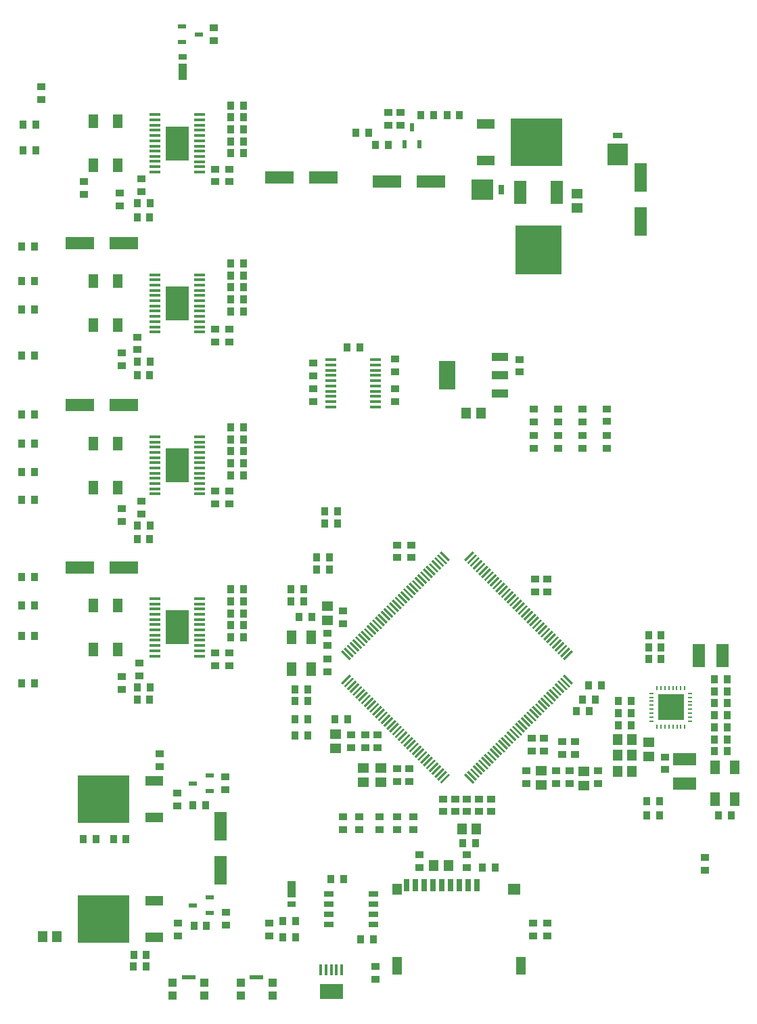
<source format=gtp>
G04 (created by PCBNEW (2013-05-18 BZR 4017)-stable) date Thu 26 Mar 2015 15:40:25 GMT*
%MOIN*%
G04 Gerber Fmt 3.4, Leading zero omitted, Abs format*
%FSLAX34Y34*%
G01*
G70*
G90*
G04 APERTURE LIST*
%ADD10C,0.00590551*%
%ADD11R,0.1142X0.0748*%
%ADD12R,0.0157X0.0531*%
%ADD13R,0.063X0.1181*%
%ADD14R,0.2283X0.2441*%
%ADD15R,0.0579X0.0165*%
%ADD16R,0.1181X0.1701*%
%ADD17R,0.0394X0.0236*%
%ADD18R,0.0236X0.0394*%
%ADD19R,0.08X0.144*%
%ADD20R,0.08X0.04*%
%ADD21R,0.1417X0.063*%
%ADD22R,0.063X0.1417*%
%ADD23R,0.0374X0.0394*%
%ADD24R,0.0394X0.0374*%
%ADD25R,0.0453X0.0709*%
%ADD26R,0.0453X0.0571*%
%ADD27R,0.0571X0.0453*%
%ADD28R,0.0906X0.0512*%
%ADD29R,0.2559X0.2323*%
%ADD30R,0.1142X0.0591*%
%ADD31R,0.0591X0.1142*%
%ADD32R,0.0433X0.0787*%
%ADD33R,0.0433X0.0315*%
%ADD34R,0.0472X0.0866*%
%ADD35R,0.0472X0.0551*%
%ADD36R,0.063X0.0551*%
%ADD37R,0.0276X0.063*%
%ADD38R,0.05X0.025*%
%ADD39R,0.0098X0.0236*%
%ADD40R,0.0236X0.0098*%
%ADD41R,0.1299X0.1299*%
%ADD42R,0.1X0.1051*%
%ADD43R,0.05X0.03*%
%ADD44R,0.1051X0.1*%
%ADD45R,0.03X0.05*%
%ADD46R,0.0472X0.0709*%
%ADD47R,0.0393701X0.0393701*%
%ADD48R,0.0669291X0.023622*%
G04 APERTURE END LIST*
G54D10*
G54D11*
X19781Y787D03*
G54D12*
X19781Y1840D03*
X19525Y1840D03*
X19269Y1840D03*
X20037Y1840D03*
X20293Y1840D03*
G54D13*
X30890Y40115D03*
G54D14*
X29990Y37288D03*
G54D13*
X29090Y40115D03*
G54D15*
X13303Y34515D03*
X13303Y34771D03*
X13303Y35027D03*
X13303Y35283D03*
X11101Y33751D03*
X13303Y33747D03*
X13303Y34003D03*
X13303Y34259D03*
X11099Y35539D03*
X11099Y35283D03*
X11099Y35027D03*
X11099Y34771D03*
X11099Y34515D03*
X11099Y34259D03*
X13303Y35539D03*
X11101Y34003D03*
X13303Y33491D03*
X13303Y35795D03*
X11099Y35795D03*
X11099Y33491D03*
X13303Y33236D03*
X13303Y36050D03*
X11099Y36050D03*
X11099Y33236D03*
G54D16*
X12201Y34643D03*
G54D15*
X13302Y26542D03*
X13302Y26798D03*
X13302Y27054D03*
X13302Y27310D03*
X11100Y25778D03*
X13302Y25774D03*
X13302Y26030D03*
X13302Y26286D03*
X11098Y27566D03*
X11098Y27310D03*
X11098Y27054D03*
X11098Y26798D03*
X11098Y26542D03*
X11098Y26286D03*
X13302Y27566D03*
X11100Y26030D03*
X13302Y25518D03*
X13302Y27822D03*
X11098Y27822D03*
X11098Y25518D03*
X13302Y25263D03*
X13302Y28077D03*
X11098Y28077D03*
X11098Y25263D03*
G54D16*
X12200Y26670D03*
G54D15*
X13302Y18571D03*
X13302Y18827D03*
X13302Y19083D03*
X13302Y19339D03*
X11100Y17807D03*
X13302Y17803D03*
X13302Y18059D03*
X13302Y18315D03*
X11098Y19595D03*
X11098Y19339D03*
X11098Y19083D03*
X11098Y18827D03*
X11098Y18571D03*
X11098Y18315D03*
X13302Y19595D03*
X11100Y18059D03*
X13302Y17547D03*
X13302Y19851D03*
X11098Y19851D03*
X11098Y17547D03*
X13302Y17292D03*
X13302Y20106D03*
X11098Y20106D03*
X11098Y17292D03*
G54D16*
X12200Y18699D03*
G54D15*
X13304Y42391D03*
X13304Y42647D03*
X13304Y42903D03*
X13304Y43159D03*
X11102Y41627D03*
X13304Y41623D03*
X13304Y41879D03*
X13304Y42135D03*
X11100Y43415D03*
X11100Y43159D03*
X11100Y42903D03*
X11100Y42647D03*
X11100Y42391D03*
X11100Y42135D03*
X13304Y43415D03*
X11102Y41879D03*
X13304Y41367D03*
X13304Y43671D03*
X11100Y43671D03*
X11100Y41367D03*
X13304Y41112D03*
X13304Y43926D03*
X11100Y43926D03*
X11100Y41112D03*
G54D16*
X12202Y42519D03*
G54D15*
X19762Y30837D03*
X19762Y30581D03*
X19762Y30325D03*
X19762Y30069D03*
X21964Y31601D03*
X19762Y31605D03*
X19762Y31349D03*
X19762Y31093D03*
X21966Y29813D03*
X21966Y30069D03*
X21966Y30325D03*
X21966Y30581D03*
X21966Y30837D03*
X21966Y31093D03*
X19762Y29813D03*
X21964Y31349D03*
X19762Y31861D03*
X19762Y29557D03*
X21966Y29557D03*
X21966Y31861D03*
G54D17*
X13800Y4645D03*
X12968Y5020D03*
X13800Y5395D03*
X13800Y10649D03*
X12968Y11024D03*
X13800Y11399D03*
G54D18*
X23383Y42478D03*
X23758Y43310D03*
X24133Y42478D03*
G54D19*
X25509Y31106D03*
G54D20*
X28109Y31106D03*
X28109Y32006D03*
X28109Y30206D03*
G54D21*
X17217Y40838D03*
X19383Y40838D03*
X9546Y21654D03*
X7380Y21654D03*
X9546Y37598D03*
X7380Y37598D03*
X9546Y29626D03*
X7380Y29626D03*
G54D22*
X35029Y40855D03*
X35029Y38689D03*
G54D23*
X35411Y18307D03*
X36041Y18307D03*
X39288Y16142D03*
X38658Y16142D03*
X39288Y15551D03*
X38658Y15551D03*
X35411Y17717D03*
X36041Y17717D03*
X35411Y17126D03*
X36041Y17126D03*
X39288Y14370D03*
X38658Y14370D03*
X39288Y14961D03*
X38658Y14961D03*
X33934Y14469D03*
X34564Y14469D03*
X33934Y15059D03*
X34564Y15059D03*
X38658Y13189D03*
X39288Y13189D03*
G54D24*
X22600Y43423D03*
X22600Y44053D03*
X23200Y43423D03*
X23200Y44053D03*
X12202Y9921D03*
X12202Y10551D03*
X18896Y29803D03*
X18896Y30433D03*
X20372Y9370D03*
X20372Y8740D03*
G54D23*
X20096Y23819D03*
X19466Y23819D03*
G54D24*
X16731Y3524D03*
X16731Y4154D03*
G54D23*
X17990Y14173D03*
X18620Y14173D03*
X17990Y13386D03*
X18620Y13386D03*
X39289Y13780D03*
X38659Y13780D03*
X33934Y13878D03*
X34564Y13878D03*
G54D24*
X29722Y4154D03*
X29722Y3524D03*
X30411Y3524D03*
X30411Y4154D03*
G54D23*
X13601Y9942D03*
X12971Y9942D03*
X13640Y4016D03*
X13010Y4016D03*
G54D24*
X12222Y4154D03*
X12222Y3524D03*
X18896Y31713D03*
X18896Y31083D03*
G54D23*
X19703Y21555D03*
X19073Y21555D03*
G54D24*
X31159Y12441D03*
X31159Y13071D03*
G54D23*
X18423Y19980D03*
X17793Y19980D03*
X38856Y9449D03*
X39486Y9449D03*
X39289Y12598D03*
X38659Y12598D03*
X35313Y10138D03*
X35943Y10138D03*
X35313Y9449D03*
X35943Y9449D03*
X19703Y22146D03*
X19073Y22146D03*
X20096Y24409D03*
X19466Y24409D03*
G54D24*
X31789Y12441D03*
X31789Y13071D03*
G54D23*
X18423Y20571D03*
X17793Y20571D03*
G54D24*
X9447Y31575D03*
X9447Y32205D03*
G54D23*
X15470Y35433D03*
X14840Y35433D03*
X14841Y34839D03*
X15471Y34839D03*
X18620Y15650D03*
X17990Y15650D03*
X14840Y34252D03*
X15470Y34252D03*
G54D24*
X14762Y33382D03*
X14762Y32752D03*
G54D23*
X14840Y36024D03*
X15470Y36024D03*
G54D24*
X14073Y32752D03*
X14073Y33382D03*
X9447Y15630D03*
X9447Y16260D03*
G54D23*
X15470Y19390D03*
X14840Y19390D03*
X14839Y18796D03*
X15469Y18796D03*
G54D24*
X21159Y9370D03*
X21159Y8740D03*
G54D23*
X14840Y18209D03*
X15470Y18209D03*
G54D24*
X14760Y17438D03*
X14760Y16808D03*
G54D23*
X14840Y19980D03*
X15470Y19980D03*
G54D24*
X14071Y16808D03*
X14071Y17438D03*
X9348Y39449D03*
X9348Y40079D03*
G54D23*
X15470Y43209D03*
X14840Y43209D03*
X14842Y42617D03*
X15472Y42617D03*
X14840Y42028D03*
X15470Y42028D03*
G54D24*
X14763Y41258D03*
X14763Y40628D03*
G54D23*
X14840Y43799D03*
X15470Y43799D03*
G54D24*
X14074Y40628D03*
X14074Y41258D03*
X9447Y23898D03*
X9447Y24528D03*
G54D23*
X15470Y27362D03*
X14840Y27362D03*
X14840Y26768D03*
X15470Y26768D03*
X14840Y26181D03*
X15470Y26181D03*
G54D24*
X14761Y25410D03*
X14761Y24780D03*
G54D23*
X14840Y27953D03*
X15470Y27953D03*
G54D24*
X14072Y24780D03*
X14072Y25410D03*
X22144Y9370D03*
X22144Y8740D03*
G54D25*
X9250Y41437D03*
X8068Y41437D03*
G54D26*
X33895Y12402D03*
X34603Y12402D03*
X33895Y13189D03*
X34603Y13189D03*
G54D23*
X17400Y3445D03*
X18015Y3445D03*
G54D27*
X35431Y13052D03*
X35431Y12344D03*
G54D26*
X26435Y29248D03*
X27143Y29248D03*
G54D25*
X9250Y25591D03*
X8068Y25591D03*
X9250Y27756D03*
X8068Y27756D03*
X9250Y43602D03*
X8068Y43602D03*
X9250Y33563D03*
X8068Y33563D03*
X9250Y17618D03*
X8068Y17618D03*
X9250Y35728D03*
X8068Y35728D03*
X9250Y19783D03*
X8068Y19783D03*
G54D24*
X22932Y31279D03*
X22932Y31909D03*
G54D28*
X11063Y3431D03*
G54D29*
X8563Y4331D03*
G54D28*
X11063Y5231D03*
X11061Y9336D03*
G54D29*
X8561Y10236D03*
G54D28*
X11061Y11136D03*
X27400Y43488D03*
G54D29*
X29900Y42588D03*
G54D28*
X27400Y41688D03*
G54D23*
X8187Y8268D03*
X7557Y8268D03*
X10667Y2003D03*
X10037Y2003D03*
X24821Y43898D03*
X24191Y43898D03*
X10052Y2578D03*
X10667Y2578D03*
X9663Y8268D03*
X9048Y8268D03*
X26100Y43898D03*
X25485Y43898D03*
G54D24*
X22932Y30432D03*
X22932Y29802D03*
X36218Y12323D03*
X36218Y11693D03*
G54D30*
X37203Y12205D03*
X37203Y11023D03*
G54D31*
X37891Y17323D03*
X39073Y17323D03*
G54D26*
X34604Y11614D03*
X33896Y11614D03*
G54D23*
X10844Y31791D03*
X10214Y31791D03*
X10844Y39567D03*
X10214Y39567D03*
X10844Y15748D03*
X10214Y15748D03*
X10844Y23720D03*
X10214Y23720D03*
X10214Y31102D03*
X10829Y31102D03*
X10214Y38878D03*
X10829Y38878D03*
X10214Y15157D03*
X10829Y15157D03*
X10214Y23031D03*
X10829Y23031D03*
X14840Y28543D03*
X15470Y28543D03*
X14840Y44390D03*
X15470Y44390D03*
X14840Y36614D03*
X15470Y36614D03*
X14840Y20571D03*
X15470Y20571D03*
G54D26*
X25549Y6988D03*
X24841Y6988D03*
G54D32*
X17813Y5807D03*
G54D33*
X17813Y5059D03*
G54D34*
X23030Y2027D03*
X29132Y2027D03*
G54D35*
X23030Y5807D03*
G54D36*
X28778Y5807D03*
G54D37*
X26947Y6004D03*
X26514Y6004D03*
X26081Y6004D03*
X25648Y6004D03*
X25215Y6004D03*
X24782Y6004D03*
X24349Y6004D03*
X23916Y6004D03*
X23483Y6004D03*
G54D24*
X32911Y11024D03*
X32911Y11654D03*
X30864Y11024D03*
X30864Y11654D03*
G54D23*
X18187Y19193D03*
X18817Y19193D03*
G54D24*
X27655Y10256D03*
X27655Y9626D03*
G54D23*
X26258Y8071D03*
X26888Y8071D03*
G54D24*
X20766Y13406D03*
X20766Y12776D03*
G54D10*
G36*
X25553Y21954D02*
X25135Y22372D01*
X25213Y22450D01*
X25631Y22032D01*
X25553Y21954D01*
X25553Y21954D01*
G37*
G36*
X25414Y21815D02*
X24996Y22232D01*
X25074Y22310D01*
X25492Y21892D01*
X25414Y21815D01*
X25414Y21815D01*
G37*
G36*
X25275Y21675D02*
X24857Y22093D01*
X24935Y22171D01*
X25353Y21753D01*
X25275Y21675D01*
X25275Y21675D01*
G37*
G36*
X25135Y21536D02*
X24718Y21954D01*
X24795Y22032D01*
X25213Y21614D01*
X25135Y21536D01*
X25135Y21536D01*
G37*
G36*
X24996Y21397D02*
X24578Y21815D01*
X24656Y21892D01*
X25074Y21474D01*
X24996Y21397D01*
X24996Y21397D01*
G37*
G36*
X24858Y21258D02*
X24440Y21676D01*
X24517Y21754D01*
X24935Y21336D01*
X24858Y21258D01*
X24858Y21258D01*
G37*
G36*
X24718Y21119D02*
X24300Y21537D01*
X24378Y21614D01*
X24796Y21197D01*
X24718Y21119D01*
X24718Y21119D01*
G37*
G36*
X24579Y20979D02*
X24161Y21397D01*
X24239Y21475D01*
X24657Y21057D01*
X24579Y20979D01*
X24579Y20979D01*
G37*
G36*
X24440Y20840D02*
X24022Y21258D01*
X24100Y21336D01*
X24517Y20918D01*
X24440Y20840D01*
X24440Y20840D01*
G37*
G36*
X24300Y20701D02*
X23882Y21119D01*
X23960Y21197D01*
X24378Y20779D01*
X24300Y20701D01*
X24300Y20701D01*
G37*
G36*
X24161Y20562D02*
X23743Y20979D01*
X23821Y21057D01*
X24239Y20639D01*
X24161Y20562D01*
X24161Y20562D01*
G37*
G36*
X24022Y20423D02*
X23605Y20841D01*
X23682Y20919D01*
X24100Y20501D01*
X24022Y20423D01*
X24022Y20423D01*
G37*
G36*
X23883Y20284D02*
X23465Y20702D01*
X23543Y20779D01*
X23961Y20361D01*
X23883Y20284D01*
X23883Y20284D01*
G37*
G36*
X23744Y20144D02*
X23326Y20562D01*
X23404Y20640D01*
X23822Y20222D01*
X23744Y20144D01*
X23744Y20144D01*
G37*
G36*
X23605Y20005D02*
X23187Y20423D01*
X23264Y20501D01*
X23682Y20083D01*
X23605Y20005D01*
X23605Y20005D01*
G37*
G36*
X23465Y19866D02*
X23047Y20284D01*
X23125Y20361D01*
X23543Y19944D01*
X23465Y19866D01*
X23465Y19866D01*
G37*
G36*
X23326Y19726D02*
X22908Y20144D01*
X22986Y20222D01*
X23404Y19804D01*
X23326Y19726D01*
X23326Y19726D01*
G37*
G36*
X23187Y19587D02*
X22769Y20005D01*
X22847Y20083D01*
X23264Y19665D01*
X23187Y19587D01*
X23187Y19587D01*
G37*
G36*
X23048Y19449D02*
X22630Y19866D01*
X22708Y19944D01*
X23126Y19526D01*
X23048Y19449D01*
X23048Y19449D01*
G37*
G36*
X22909Y19309D02*
X22491Y19727D01*
X22569Y19805D01*
X22987Y19387D01*
X22909Y19309D01*
X22909Y19309D01*
G37*
G36*
X22769Y19170D02*
X22352Y19588D01*
X22429Y19666D01*
X22847Y19248D01*
X22769Y19170D01*
X22769Y19170D01*
G37*
G36*
X22630Y19031D02*
X22212Y19449D01*
X22290Y19526D01*
X22708Y19108D01*
X22630Y19031D01*
X22630Y19031D01*
G37*
G36*
X22491Y18891D02*
X22073Y19309D01*
X22151Y19387D01*
X22569Y18969D01*
X22491Y18891D01*
X22491Y18891D01*
G37*
G36*
X22352Y18752D02*
X21934Y19170D01*
X22011Y19248D01*
X22429Y18830D01*
X22352Y18752D01*
X22352Y18752D01*
G37*
G36*
X22212Y18613D02*
X21794Y19031D01*
X21872Y19108D01*
X22290Y18691D01*
X22212Y18613D01*
X22212Y18613D01*
G37*
G36*
X22074Y18474D02*
X21656Y18892D01*
X21734Y18970D01*
X22151Y18552D01*
X22074Y18474D01*
X22074Y18474D01*
G37*
G36*
X21934Y18335D02*
X21516Y18753D01*
X21594Y18831D01*
X22012Y18413D01*
X21934Y18335D01*
X21934Y18335D01*
G37*
G36*
X21795Y18196D02*
X21377Y18613D01*
X21455Y18691D01*
X21873Y18273D01*
X21795Y18196D01*
X21795Y18196D01*
G37*
G36*
X21656Y18056D02*
X21238Y18474D01*
X21316Y18552D01*
X21734Y18134D01*
X21656Y18056D01*
X21656Y18056D01*
G37*
G36*
X21516Y17917D02*
X21099Y18335D01*
X21176Y18413D01*
X21594Y17995D01*
X21516Y17917D01*
X21516Y17917D01*
G37*
G36*
X21377Y17778D02*
X20959Y18196D01*
X21037Y18273D01*
X21455Y17855D01*
X21377Y17778D01*
X21377Y17778D01*
G37*
G36*
X21239Y17639D02*
X20821Y18057D01*
X20898Y18135D01*
X21316Y17717D01*
X21239Y17639D01*
X21239Y17639D01*
G37*
G36*
X21099Y17500D02*
X20681Y17918D01*
X20759Y17995D01*
X21177Y17578D01*
X21099Y17500D01*
X21099Y17500D01*
G37*
G36*
X20960Y17360D02*
X20542Y17778D01*
X20620Y17856D01*
X21038Y17438D01*
X20960Y17360D01*
X20960Y17360D01*
G37*
G36*
X20821Y17221D02*
X20403Y17639D01*
X20481Y17717D01*
X20898Y17299D01*
X20821Y17221D01*
X20821Y17221D01*
G37*
G36*
X20681Y17082D02*
X20263Y17500D01*
X20341Y17578D01*
X20759Y17160D01*
X20681Y17082D01*
X20681Y17082D01*
G37*
G36*
X26750Y11013D02*
X26332Y11431D01*
X26410Y11509D01*
X26828Y11091D01*
X26750Y11013D01*
X26750Y11013D01*
G37*
G36*
X26889Y11153D02*
X26471Y11571D01*
X26549Y11648D01*
X26967Y11231D01*
X26889Y11153D01*
X26889Y11153D01*
G37*
G36*
X27028Y11292D02*
X26610Y11710D01*
X26688Y11788D01*
X27106Y11370D01*
X27028Y11292D01*
X27028Y11292D01*
G37*
G36*
X27168Y11431D02*
X26750Y11849D01*
X26828Y11927D01*
X27245Y11509D01*
X27168Y11431D01*
X27168Y11431D01*
G37*
G36*
X27307Y11571D02*
X26889Y11989D01*
X26967Y12066D01*
X27385Y11648D01*
X27307Y11571D01*
X27307Y11571D01*
G37*
G36*
X27446Y11709D02*
X27028Y12127D01*
X27105Y12205D01*
X27523Y11787D01*
X27446Y11709D01*
X27446Y11709D01*
G37*
G36*
X27585Y11849D02*
X27167Y12266D01*
X27245Y12344D01*
X27663Y11926D01*
X27585Y11849D01*
X27585Y11849D01*
G37*
G36*
X27724Y11988D02*
X27306Y12406D01*
X27384Y12484D01*
X27802Y12066D01*
X27724Y11988D01*
X27724Y11988D01*
G37*
G36*
X27863Y12127D02*
X27446Y12545D01*
X27523Y12623D01*
X27941Y12205D01*
X27863Y12127D01*
X27863Y12127D01*
G37*
G36*
X28003Y12266D02*
X27585Y12684D01*
X27663Y12762D01*
X28081Y12344D01*
X28003Y12266D01*
X28003Y12266D01*
G37*
G36*
X28142Y12406D02*
X27724Y12824D01*
X27802Y12901D01*
X28220Y12484D01*
X28142Y12406D01*
X28142Y12406D01*
G37*
G36*
X28281Y12544D02*
X27863Y12962D01*
X27941Y13040D01*
X28358Y12622D01*
X28281Y12544D01*
X28281Y12544D01*
G37*
G36*
X28420Y12684D02*
X28002Y13102D01*
X28080Y13179D01*
X28498Y12761D01*
X28420Y12684D01*
X28420Y12684D01*
G37*
G36*
X28559Y12823D02*
X28141Y13241D01*
X28219Y13319D01*
X28637Y12901D01*
X28559Y12823D01*
X28559Y12823D01*
G37*
G36*
X28699Y12962D02*
X28281Y13380D01*
X28358Y13458D01*
X28776Y13040D01*
X28699Y12962D01*
X28699Y12962D01*
G37*
G36*
X28838Y13102D02*
X28420Y13519D01*
X28498Y13597D01*
X28916Y13179D01*
X28838Y13102D01*
X28838Y13102D01*
G37*
G36*
X28977Y13241D02*
X28559Y13659D01*
X28637Y13737D01*
X29055Y13319D01*
X28977Y13241D01*
X28977Y13241D01*
G37*
G36*
X29116Y13380D02*
X28699Y13798D01*
X28776Y13876D01*
X29194Y13458D01*
X29116Y13380D01*
X29116Y13380D01*
G37*
G36*
X29255Y13519D02*
X28837Y13937D01*
X28915Y14014D01*
X29333Y13597D01*
X29255Y13519D01*
X29255Y13519D01*
G37*
G36*
X29394Y13658D02*
X28976Y14076D01*
X29054Y14154D01*
X29472Y13736D01*
X29394Y13658D01*
X29394Y13658D01*
G37*
G36*
X29534Y13797D02*
X29116Y14215D01*
X29194Y14293D01*
X29611Y13875D01*
X29534Y13797D01*
X29534Y13797D01*
G37*
G36*
X29673Y13937D02*
X29255Y14355D01*
X29333Y14432D01*
X29751Y14014D01*
X29673Y13937D01*
X29673Y13937D01*
G37*
G36*
X29812Y14076D02*
X29394Y14494D01*
X29472Y14572D01*
X29890Y14154D01*
X29812Y14076D01*
X29812Y14076D01*
G37*
G36*
X29952Y14215D02*
X29534Y14633D01*
X29611Y14711D01*
X30029Y14293D01*
X29952Y14215D01*
X29952Y14215D01*
G37*
G36*
X30091Y14355D02*
X29673Y14772D01*
X29751Y14850D01*
X30169Y14432D01*
X30091Y14355D01*
X30091Y14355D01*
G37*
G36*
X30229Y14493D02*
X29812Y14911D01*
X29889Y14989D01*
X30307Y14571D01*
X30229Y14493D01*
X30229Y14493D01*
G37*
G36*
X30369Y14632D02*
X29951Y15050D01*
X30029Y15128D01*
X30447Y14710D01*
X30369Y14632D01*
X30369Y14632D01*
G37*
G36*
X30508Y14772D02*
X30090Y15190D01*
X30168Y15267D01*
X30586Y14850D01*
X30508Y14772D01*
X30508Y14772D01*
G37*
G36*
X30647Y14911D02*
X30229Y15329D01*
X30307Y15407D01*
X30725Y14989D01*
X30647Y14911D01*
X30647Y14911D01*
G37*
G36*
X30787Y15050D02*
X30369Y15468D01*
X30447Y15546D01*
X30864Y15128D01*
X30787Y15050D01*
X30787Y15050D01*
G37*
G36*
X30926Y15190D02*
X30508Y15608D01*
X30586Y15685D01*
X31004Y15267D01*
X30926Y15190D01*
X30926Y15190D01*
G37*
G36*
X31065Y15328D02*
X30647Y15746D01*
X30724Y15824D01*
X31142Y15406D01*
X31065Y15328D01*
X31065Y15328D01*
G37*
G36*
X31204Y15468D02*
X30786Y15885D01*
X30864Y15963D01*
X31282Y15545D01*
X31204Y15468D01*
X31204Y15468D01*
G37*
G36*
X31343Y15607D02*
X30925Y16025D01*
X31003Y16103D01*
X31421Y15685D01*
X31343Y15607D01*
X31343Y15607D01*
G37*
G36*
X31482Y15746D02*
X31065Y16164D01*
X31142Y16242D01*
X31560Y15824D01*
X31482Y15746D01*
X31482Y15746D01*
G37*
G36*
X31622Y15885D02*
X31204Y16303D01*
X31282Y16381D01*
X31700Y15963D01*
X31622Y15885D01*
X31622Y15885D01*
G37*
G36*
X20341Y15885D02*
X20263Y15963D01*
X20681Y16381D01*
X20759Y16303D01*
X20341Y15885D01*
X20341Y15885D01*
G37*
G36*
X20481Y15746D02*
X20403Y15824D01*
X20821Y16242D01*
X20898Y16164D01*
X20481Y15746D01*
X20481Y15746D01*
G37*
G36*
X20620Y15607D02*
X20542Y15685D01*
X20960Y16103D01*
X21038Y16025D01*
X20620Y15607D01*
X20620Y15607D01*
G37*
G36*
X20759Y15468D02*
X20681Y15545D01*
X21099Y15963D01*
X21177Y15885D01*
X20759Y15468D01*
X20759Y15468D01*
G37*
G36*
X20898Y15328D02*
X20821Y15406D01*
X21239Y15824D01*
X21316Y15746D01*
X20898Y15328D01*
X20898Y15328D01*
G37*
G36*
X21037Y15190D02*
X20959Y15267D01*
X21377Y15685D01*
X21455Y15608D01*
X21037Y15190D01*
X21037Y15190D01*
G37*
G36*
X21176Y15050D02*
X21099Y15128D01*
X21516Y15546D01*
X21594Y15468D01*
X21176Y15050D01*
X21176Y15050D01*
G37*
G36*
X21316Y14911D02*
X21238Y14989D01*
X21656Y15407D01*
X21734Y15329D01*
X21316Y14911D01*
X21316Y14911D01*
G37*
G36*
X21455Y14772D02*
X21377Y14850D01*
X21795Y15267D01*
X21873Y15190D01*
X21455Y14772D01*
X21455Y14772D01*
G37*
G36*
X21594Y14632D02*
X21516Y14710D01*
X21934Y15128D01*
X22012Y15050D01*
X21594Y14632D01*
X21594Y14632D01*
G37*
G36*
X21734Y14493D02*
X21656Y14571D01*
X22074Y14989D01*
X22151Y14911D01*
X21734Y14493D01*
X21734Y14493D01*
G37*
G36*
X21872Y14355D02*
X21794Y14432D01*
X22212Y14850D01*
X22290Y14772D01*
X21872Y14355D01*
X21872Y14355D01*
G37*
G36*
X22011Y14215D02*
X21934Y14293D01*
X22352Y14711D01*
X22429Y14633D01*
X22011Y14215D01*
X22011Y14215D01*
G37*
G36*
X22151Y14076D02*
X22073Y14154D01*
X22491Y14572D01*
X22569Y14494D01*
X22151Y14076D01*
X22151Y14076D01*
G37*
G36*
X22290Y13937D02*
X22212Y14014D01*
X22630Y14432D01*
X22708Y14355D01*
X22290Y13937D01*
X22290Y13937D01*
G37*
G36*
X22429Y13797D02*
X22352Y13875D01*
X22769Y14293D01*
X22847Y14215D01*
X22429Y13797D01*
X22429Y13797D01*
G37*
G36*
X22569Y13658D02*
X22491Y13736D01*
X22909Y14154D01*
X22987Y14076D01*
X22569Y13658D01*
X22569Y13658D01*
G37*
G36*
X22708Y13519D02*
X22630Y13597D01*
X23048Y14014D01*
X23126Y13937D01*
X22708Y13519D01*
X22708Y13519D01*
G37*
G36*
X22847Y13380D02*
X22769Y13458D01*
X23187Y13876D01*
X23264Y13798D01*
X22847Y13380D01*
X22847Y13380D01*
G37*
G36*
X22986Y13241D02*
X22908Y13319D01*
X23326Y13737D01*
X23404Y13659D01*
X22986Y13241D01*
X22986Y13241D01*
G37*
G36*
X23125Y13102D02*
X23047Y13179D01*
X23465Y13597D01*
X23543Y13519D01*
X23125Y13102D01*
X23125Y13102D01*
G37*
G36*
X23264Y12962D02*
X23187Y13040D01*
X23605Y13458D01*
X23682Y13380D01*
X23264Y12962D01*
X23264Y12962D01*
G37*
G36*
X23404Y12823D02*
X23326Y12901D01*
X23744Y13319D01*
X23822Y13241D01*
X23404Y12823D01*
X23404Y12823D01*
G37*
G36*
X23543Y12684D02*
X23465Y12761D01*
X23883Y13179D01*
X23961Y13102D01*
X23543Y12684D01*
X23543Y12684D01*
G37*
G36*
X23682Y12544D02*
X23605Y12622D01*
X24022Y13040D01*
X24100Y12962D01*
X23682Y12544D01*
X23682Y12544D01*
G37*
G36*
X23821Y12406D02*
X23743Y12484D01*
X24161Y12901D01*
X24239Y12824D01*
X23821Y12406D01*
X23821Y12406D01*
G37*
G36*
X23960Y12266D02*
X23882Y12344D01*
X24300Y12762D01*
X24378Y12684D01*
X23960Y12266D01*
X23960Y12266D01*
G37*
G36*
X24100Y12127D02*
X24022Y12205D01*
X24440Y12623D01*
X24517Y12545D01*
X24100Y12127D01*
X24100Y12127D01*
G37*
G36*
X24239Y11988D02*
X24161Y12066D01*
X24579Y12484D01*
X24657Y12406D01*
X24239Y11988D01*
X24239Y11988D01*
G37*
G36*
X24378Y11849D02*
X24300Y11926D01*
X24718Y12344D01*
X24796Y12266D01*
X24378Y11849D01*
X24378Y11849D01*
G37*
G36*
X24517Y11709D02*
X24440Y11787D01*
X24858Y12205D01*
X24935Y12127D01*
X24517Y11709D01*
X24517Y11709D01*
G37*
G36*
X24656Y11571D02*
X24578Y11648D01*
X24996Y12066D01*
X25074Y11989D01*
X24656Y11571D01*
X24656Y11571D01*
G37*
G36*
X24795Y11431D02*
X24718Y11509D01*
X25135Y11927D01*
X25213Y11849D01*
X24795Y11431D01*
X24795Y11431D01*
G37*
G36*
X24935Y11292D02*
X24857Y11370D01*
X25275Y11788D01*
X25353Y11710D01*
X24935Y11292D01*
X24935Y11292D01*
G37*
G36*
X25074Y11153D02*
X24996Y11231D01*
X25414Y11648D01*
X25492Y11571D01*
X25074Y11153D01*
X25074Y11153D01*
G37*
G36*
X25213Y11013D02*
X25135Y11091D01*
X25553Y11509D01*
X25631Y11431D01*
X25213Y11013D01*
X25213Y11013D01*
G37*
G36*
X31282Y17082D02*
X31204Y17160D01*
X31622Y17578D01*
X31700Y17500D01*
X31282Y17082D01*
X31282Y17082D01*
G37*
G36*
X31142Y17221D02*
X31065Y17299D01*
X31482Y17717D01*
X31560Y17639D01*
X31142Y17221D01*
X31142Y17221D01*
G37*
G36*
X31003Y17360D02*
X30925Y17438D01*
X31343Y17856D01*
X31421Y17778D01*
X31003Y17360D01*
X31003Y17360D01*
G37*
G36*
X30864Y17500D02*
X30786Y17578D01*
X31204Y17995D01*
X31282Y17918D01*
X30864Y17500D01*
X30864Y17500D01*
G37*
G36*
X30724Y17639D02*
X30647Y17717D01*
X31065Y18135D01*
X31142Y18057D01*
X30724Y17639D01*
X30724Y17639D01*
G37*
G36*
X30586Y17778D02*
X30508Y17855D01*
X30926Y18273D01*
X31004Y18196D01*
X30586Y17778D01*
X30586Y17778D01*
G37*
G36*
X30447Y17917D02*
X30369Y17995D01*
X30787Y18413D01*
X30864Y18335D01*
X30447Y17917D01*
X30447Y17917D01*
G37*
G36*
X30307Y18056D02*
X30229Y18134D01*
X30647Y18552D01*
X30725Y18474D01*
X30307Y18056D01*
X30307Y18056D01*
G37*
G36*
X30168Y18196D02*
X30090Y18273D01*
X30508Y18691D01*
X30586Y18613D01*
X30168Y18196D01*
X30168Y18196D01*
G37*
G36*
X30029Y18335D02*
X29951Y18413D01*
X30369Y18831D01*
X30447Y18753D01*
X30029Y18335D01*
X30029Y18335D01*
G37*
G36*
X29889Y18474D02*
X29812Y18552D01*
X30229Y18970D01*
X30307Y18892D01*
X29889Y18474D01*
X29889Y18474D01*
G37*
G36*
X29751Y18613D02*
X29673Y18691D01*
X30091Y19108D01*
X30169Y19031D01*
X29751Y18613D01*
X29751Y18613D01*
G37*
G36*
X29611Y18752D02*
X29534Y18830D01*
X29952Y19248D01*
X30029Y19170D01*
X29611Y18752D01*
X29611Y18752D01*
G37*
G36*
X29472Y18891D02*
X29394Y18969D01*
X29812Y19387D01*
X29890Y19309D01*
X29472Y18891D01*
X29472Y18891D01*
G37*
G36*
X29333Y19031D02*
X29255Y19108D01*
X29673Y19526D01*
X29751Y19449D01*
X29333Y19031D01*
X29333Y19031D01*
G37*
G36*
X29194Y19170D02*
X29116Y19248D01*
X29534Y19666D01*
X29611Y19588D01*
X29194Y19170D01*
X29194Y19170D01*
G37*
G36*
X29054Y19309D02*
X28976Y19387D01*
X29394Y19805D01*
X29472Y19727D01*
X29054Y19309D01*
X29054Y19309D01*
G37*
G36*
X28915Y19449D02*
X28837Y19526D01*
X29255Y19944D01*
X29333Y19866D01*
X28915Y19449D01*
X28915Y19449D01*
G37*
G36*
X28776Y19587D02*
X28699Y19665D01*
X29116Y20083D01*
X29194Y20005D01*
X28776Y19587D01*
X28776Y19587D01*
G37*
G36*
X28637Y19726D02*
X28559Y19804D01*
X28977Y20222D01*
X29055Y20144D01*
X28637Y19726D01*
X28637Y19726D01*
G37*
G36*
X28498Y19866D02*
X28420Y19944D01*
X28838Y20361D01*
X28916Y20284D01*
X28498Y19866D01*
X28498Y19866D01*
G37*
G36*
X28358Y20005D02*
X28281Y20083D01*
X28699Y20501D01*
X28776Y20423D01*
X28358Y20005D01*
X28358Y20005D01*
G37*
G36*
X28219Y20144D02*
X28141Y20222D01*
X28559Y20640D01*
X28637Y20562D01*
X28219Y20144D01*
X28219Y20144D01*
G37*
G36*
X28080Y20284D02*
X28002Y20361D01*
X28420Y20779D01*
X28498Y20702D01*
X28080Y20284D01*
X28080Y20284D01*
G37*
G36*
X27941Y20423D02*
X27863Y20501D01*
X28281Y20919D01*
X28358Y20841D01*
X27941Y20423D01*
X27941Y20423D01*
G37*
G36*
X27802Y20562D02*
X27724Y20639D01*
X28142Y21057D01*
X28220Y20979D01*
X27802Y20562D01*
X27802Y20562D01*
G37*
G36*
X27663Y20701D02*
X27585Y20779D01*
X28003Y21197D01*
X28081Y21119D01*
X27663Y20701D01*
X27663Y20701D01*
G37*
G36*
X27523Y20840D02*
X27446Y20918D01*
X27863Y21336D01*
X27941Y21258D01*
X27523Y20840D01*
X27523Y20840D01*
G37*
G36*
X27384Y20979D02*
X27306Y21057D01*
X27724Y21475D01*
X27802Y21397D01*
X27384Y20979D01*
X27384Y20979D01*
G37*
G36*
X27245Y21119D02*
X27167Y21197D01*
X27585Y21614D01*
X27663Y21537D01*
X27245Y21119D01*
X27245Y21119D01*
G37*
G36*
X27105Y21258D02*
X27028Y21336D01*
X27446Y21754D01*
X27523Y21676D01*
X27105Y21258D01*
X27105Y21258D01*
G37*
G36*
X26967Y21397D02*
X26889Y21474D01*
X27307Y21892D01*
X27385Y21815D01*
X26967Y21397D01*
X26967Y21397D01*
G37*
G36*
X26828Y21536D02*
X26750Y21614D01*
X27168Y22032D01*
X27245Y21954D01*
X26828Y21536D01*
X26828Y21536D01*
G37*
G36*
X26688Y21675D02*
X26610Y21753D01*
X27028Y22171D01*
X27106Y22093D01*
X26688Y21675D01*
X26688Y21675D01*
G37*
G36*
X26549Y21815D02*
X26471Y21892D01*
X26889Y22310D01*
X26967Y22232D01*
X26549Y21815D01*
X26549Y21815D01*
G37*
G36*
X26410Y21954D02*
X26332Y22032D01*
X26750Y22450D01*
X26828Y22372D01*
X26410Y21954D01*
X26410Y21954D01*
G37*
G54D27*
X21356Y11771D03*
X21356Y11063D03*
X19585Y19036D03*
X19585Y19744D03*
G54D26*
X26219Y8760D03*
X26927Y8760D03*
G54D27*
X19978Y13445D03*
X19978Y12737D03*
X30116Y11634D03*
X30116Y10926D03*
X32222Y11614D03*
X32222Y10906D03*
G54D23*
X31868Y14567D03*
X32498Y14567D03*
X18030Y4232D03*
X17400Y4232D03*
G54D24*
X19585Y17795D03*
X19585Y18425D03*
X19585Y17146D03*
X19585Y16516D03*
X23620Y11732D03*
X23620Y11102D03*
G54D23*
X32163Y15157D03*
X32793Y15157D03*
G54D24*
X29821Y20453D03*
X29821Y21083D03*
X30411Y20453D03*
X30411Y21083D03*
X21455Y13406D03*
X21455Y12776D03*
X23029Y11732D03*
X23029Y11102D03*
X22045Y13406D03*
X22045Y12776D03*
X20372Y18878D03*
X20372Y19508D03*
X23029Y22126D03*
X23029Y22756D03*
G54D23*
X18620Y15059D03*
X17990Y15059D03*
G54D24*
X27065Y10256D03*
X27065Y9626D03*
X23029Y9370D03*
X23029Y8740D03*
X25884Y10256D03*
X25884Y9626D03*
X23718Y22126D03*
X23718Y22756D03*
G54D23*
X20588Y14173D03*
X19958Y14173D03*
G54D24*
X26474Y9626D03*
X26474Y10256D03*
G54D27*
X22242Y11771D03*
X22242Y11063D03*
G54D23*
X20550Y32480D03*
X21180Y32480D03*
G54D38*
X21866Y4073D03*
X21866Y4573D03*
X21866Y5073D03*
X21866Y5573D03*
X19666Y5573D03*
X19666Y5073D03*
X19666Y4573D03*
X19666Y4073D03*
G54D23*
X21238Y3346D03*
X21868Y3346D03*
X19762Y6299D03*
X20392Y6299D03*
G54D24*
X14000Y48203D03*
X14000Y47573D03*
G54D39*
X35826Y13820D03*
X36023Y13820D03*
X36220Y13820D03*
X36417Y13820D03*
X36613Y13820D03*
X36810Y13820D03*
X37007Y13820D03*
X37204Y13820D03*
G54D40*
X37460Y14862D03*
X37460Y15058D03*
X37460Y15255D03*
X37460Y15452D03*
G54D41*
X36514Y14764D03*
G54D40*
X37460Y14075D03*
X37460Y14272D03*
X37460Y14469D03*
X37460Y14665D03*
G54D39*
X37202Y15708D03*
X37005Y15709D03*
X36809Y15709D03*
X36612Y15709D03*
X36415Y15709D03*
X36218Y15709D03*
X36021Y15709D03*
X35824Y15709D03*
G54D40*
X35569Y15453D03*
X35569Y15256D03*
X35569Y15059D03*
X35569Y14863D03*
X35569Y14666D03*
X35569Y14469D03*
X35569Y14272D03*
X35569Y14075D03*
G54D23*
X5165Y29188D03*
X4535Y29188D03*
G54D42*
X33896Y41988D03*
G54D43*
X33896Y42914D03*
G54D44*
X27230Y40228D03*
G54D45*
X28156Y40228D03*
G54D24*
X10234Y32362D03*
X10234Y32992D03*
X10431Y40138D03*
X10431Y40768D03*
X10333Y16319D03*
X10333Y16949D03*
X10431Y24291D03*
X10431Y24921D03*
G54D46*
X38699Y11811D03*
X38699Y10237D03*
X39643Y10237D03*
X39643Y11811D03*
X18777Y16634D03*
X18777Y18208D03*
X17833Y18208D03*
X17833Y16634D03*
G54D24*
X25293Y10256D03*
X25293Y9626D03*
X23817Y9370D03*
X23817Y8740D03*
G54D23*
X27242Y6890D03*
X27872Y6890D03*
G54D24*
X26474Y6870D03*
X26474Y7500D03*
G54D23*
X32458Y15846D03*
X33088Y15846D03*
G54D24*
X24112Y6870D03*
X24112Y7500D03*
G54D17*
X12434Y48263D03*
X13266Y47888D03*
X12434Y47513D03*
G54D23*
X22596Y42441D03*
X21966Y42441D03*
G54D24*
X14565Y10709D03*
X14565Y11339D03*
X14604Y4055D03*
X14604Y4685D03*
X38187Y6732D03*
X38187Y7362D03*
X21966Y1378D03*
X21966Y2008D03*
X31514Y11024D03*
X31514Y11654D03*
X29407Y11024D03*
X29407Y11654D03*
G54D21*
X22517Y40638D03*
X24683Y40638D03*
G54D22*
X14329Y8898D03*
X14329Y6732D03*
G54D23*
X5165Y34338D03*
X4535Y34338D03*
X5215Y42188D03*
X4585Y42188D03*
G54D24*
X7600Y40023D03*
X7600Y40653D03*
G54D23*
X5165Y37438D03*
X4535Y37438D03*
X4535Y35738D03*
X5165Y35738D03*
X21615Y43038D03*
X20985Y43038D03*
X4535Y32088D03*
X5165Y32088D03*
X5165Y21188D03*
X4535Y21188D03*
X4535Y19788D03*
X5165Y19788D03*
X5165Y18288D03*
X4535Y18288D03*
X4535Y15938D03*
X5165Y15938D03*
X4585Y43438D03*
X5215Y43438D03*
G54D24*
X30273Y12618D03*
X30273Y13248D03*
X29045Y31890D03*
X29045Y31260D03*
X11333Y12480D03*
X11333Y11850D03*
G54D27*
X31880Y40042D03*
X31880Y39334D03*
G54D23*
X4535Y27738D03*
X5165Y27738D03*
X5165Y26338D03*
X4535Y26338D03*
X4535Y24988D03*
X5165Y24988D03*
G54D24*
X5500Y44673D03*
X5500Y45303D03*
X29644Y13248D03*
X29644Y12618D03*
G54D26*
X6254Y3488D03*
X5546Y3488D03*
G54D24*
X29750Y28823D03*
X29750Y29453D03*
X30950Y28823D03*
X30950Y29453D03*
X32150Y28823D03*
X32150Y29453D03*
X29750Y27523D03*
X29750Y28138D03*
X30950Y27523D03*
X30950Y28138D03*
X32153Y27523D03*
X32153Y28138D03*
X33350Y27523D03*
X33350Y28138D03*
X33350Y29453D03*
X33350Y28838D03*
G54D47*
X15312Y573D03*
X16887Y573D03*
X16887Y1202D03*
X15312Y1202D03*
G54D48*
X16100Y1478D03*
G54D47*
X11962Y573D03*
X13537Y573D03*
X13537Y1202D03*
X11962Y1202D03*
G54D48*
X12750Y1478D03*
G54D32*
X12450Y46038D03*
G54D33*
X12450Y46786D03*
M02*

</source>
